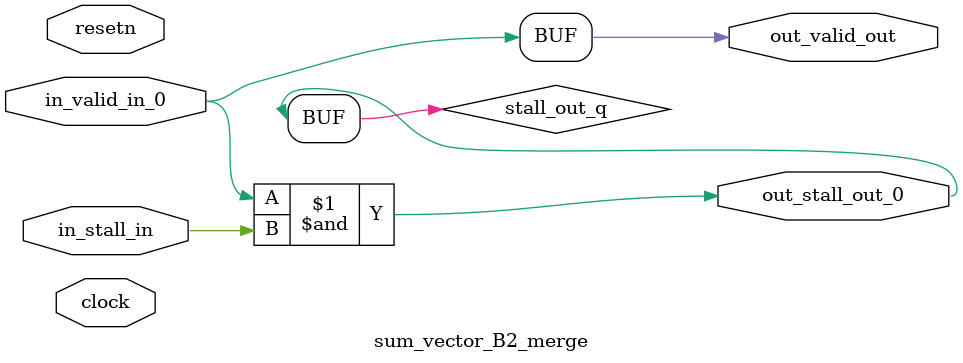
<source format=sv>



(* altera_attribute = "-name AUTO_SHIFT_REGISTER_RECOGNITION OFF; -name MESSAGE_DISABLE 10036; -name MESSAGE_DISABLE 10037; -name MESSAGE_DISABLE 14130; -name MESSAGE_DISABLE 14320; -name MESSAGE_DISABLE 15400; -name MESSAGE_DISABLE 14130; -name MESSAGE_DISABLE 10036; -name MESSAGE_DISABLE 12020; -name MESSAGE_DISABLE 12030; -name MESSAGE_DISABLE 12010; -name MESSAGE_DISABLE 12110; -name MESSAGE_DISABLE 14320; -name MESSAGE_DISABLE 13410; -name MESSAGE_DISABLE 113007; -name MESSAGE_DISABLE 10958" *)
module sum_vector_B2_merge (
    input wire [0:0] in_stall_in,
    input wire [0:0] in_valid_in_0,
    output wire [0:0] out_stall_out_0,
    output wire [0:0] out_valid_out,
    input wire clock,
    input wire resetn
    );

    wire [0:0] stall_out_q;


    // stall_out(LOGICAL,6)
    assign stall_out_q = in_valid_in_0 & in_stall_in;

    // out_stall_out_0(GPOUT,4)
    assign out_stall_out_0 = stall_out_q;

    // out_valid_out(GPOUT,5)
    assign out_valid_out = in_valid_in_0;

endmodule

</source>
